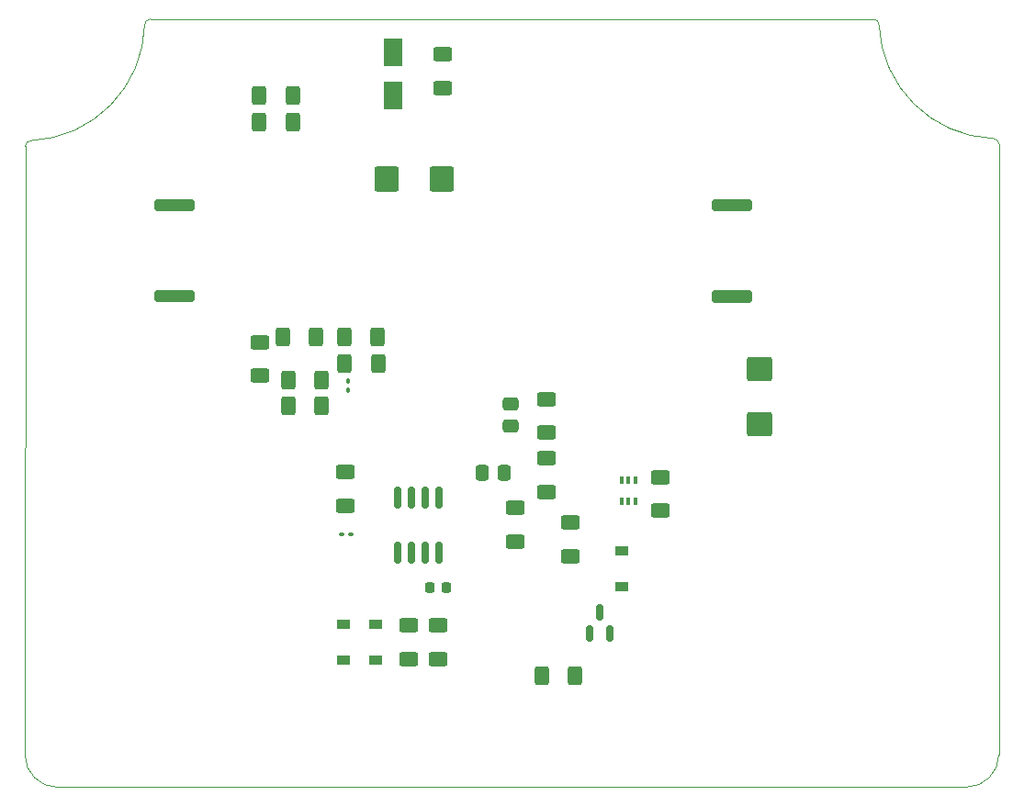
<source format=gbr>
%TF.GenerationSoftware,KiCad,Pcbnew,(6.0.0-0)*%
%TF.CreationDate,2022-01-31T16:21:44-05:00*%
%TF.ProjectId,Valve Wizard Cab Sim,56616c76-6520-4576-997a-617264204361,rev?*%
%TF.SameCoordinates,PX187ff90PY69be500*%
%TF.FileFunction,Paste,Top*%
%TF.FilePolarity,Positive*%
%FSLAX46Y46*%
G04 Gerber Fmt 4.6, Leading zero omitted, Abs format (unit mm)*
G04 Created by KiCad (PCBNEW (6.0.0-0)) date 2022-01-31 16:21:44*
%MOMM*%
%LPD*%
G01*
G04 APERTURE LIST*
G04 Aperture macros list*
%AMRoundRect*
0 Rectangle with rounded corners*
0 $1 Rounding radius*
0 $2 $3 $4 $5 $6 $7 $8 $9 X,Y pos of 4 corners*
0 Add a 4 corners polygon primitive as box body*
4,1,4,$2,$3,$4,$5,$6,$7,$8,$9,$2,$3,0*
0 Add four circle primitives for the rounded corners*
1,1,$1+$1,$2,$3*
1,1,$1+$1,$4,$5*
1,1,$1+$1,$6,$7*
1,1,$1+$1,$8,$9*
0 Add four rect primitives between the rounded corners*
20,1,$1+$1,$2,$3,$4,$5,0*
20,1,$1+$1,$4,$5,$6,$7,0*
20,1,$1+$1,$6,$7,$8,$9,0*
20,1,$1+$1,$8,$9,$2,$3,0*%
G04 Aperture macros list end*
%TA.AperFunction,Profile*%
%ADD10C,0.100000*%
%TD*%
%TA.AperFunction,Profile*%
%ADD11C,0.500000*%
%TD*%
%ADD12RoundRect,0.250000X0.400000X0.625000X-0.400000X0.625000X-0.400000X-0.625000X0.400000X-0.625000X0*%
%ADD13RoundRect,0.250000X0.625000X-0.400000X0.625000X0.400000X-0.625000X0.400000X-0.625000X-0.400000X0*%
%ADD14RoundRect,0.225000X0.225000X0.250000X-0.225000X0.250000X-0.225000X-0.250000X0.225000X-0.250000X0*%
%ADD15R,1.200000X0.900000*%
%ADD16RoundRect,0.250000X-0.625000X0.400000X-0.625000X-0.400000X0.625000X-0.400000X0.625000X0.400000X0*%
%ADD17RoundRect,0.250000X-0.875000X-0.925000X0.875000X-0.925000X0.875000X0.925000X-0.875000X0.925000X0*%
%ADD18RoundRect,0.250000X0.475000X-0.337500X0.475000X0.337500X-0.475000X0.337500X-0.475000X-0.337500X0*%
%ADD19RoundRect,0.250000X-0.400000X-0.625000X0.400000X-0.625000X0.400000X0.625000X-0.400000X0.625000X0*%
%ADD20RoundRect,0.150000X0.150000X-0.587500X0.150000X0.587500X-0.150000X0.587500X-0.150000X-0.587500X0*%
%ADD21RoundRect,0.090000X0.090000X-0.139000X0.090000X0.139000X-0.090000X0.139000X-0.090000X-0.139000X0*%
%ADD22RoundRect,0.162500X-0.162500X0.825000X-0.162500X-0.825000X0.162500X-0.825000X0.162500X0.825000X0*%
%ADD23RoundRect,0.250000X-0.925000X0.875000X-0.925000X-0.875000X0.925000X-0.875000X0.925000X0.875000X0*%
%ADD24RoundRect,0.090000X-0.139000X-0.090000X0.139000X-0.090000X0.139000X0.090000X-0.139000X0.090000X0*%
%ADD25RoundRect,0.250000X-0.337500X-0.475000X0.337500X-0.475000X0.337500X0.475000X-0.337500X0.475000X0*%
%ADD26R,1.800000X2.500000*%
%ADD27R,0.400000X0.650000*%
G04 APERTURE END LIST*
D10*
X5360000Y11071320D02*
G75*
G03*
X8360000Y8071320I3000001J1D01*
G01*
X95150000Y67390000D02*
G75*
G03*
X94640000Y67900000I-510002J-2D01*
G01*
X5900624Y67700072D02*
G75*
G03*
X5390624Y67190072I2J-510002D01*
G01*
X5360000Y11071320D02*
X5390624Y67190072D01*
X16910624Y78900073D02*
G75*
G03*
X16400624Y78410696I-1J-510434D01*
G01*
X84098752Y78389376D02*
G75*
G03*
X83588752Y78899376I-510002J-2D01*
G01*
X92140000Y8071320D02*
X8360000Y8071320D01*
X5900624Y67700072D02*
G75*
G03*
X16400624Y78410696I-473508J10966267D01*
G01*
X92140000Y8071320D02*
G75*
G03*
X95140000Y11071320I-1J3000001D01*
G01*
X84098752Y78389376D02*
G75*
G03*
X94640000Y67900000I10950523J463299D01*
G01*
X95150000Y67390000D02*
X95140000Y11071320D01*
X16910624Y78900072D02*
X83588752Y78899376D01*
D11*
%TO.C,RV2*%
X68940000Y53020103D02*
X72140000Y53020103D01*
X72140000Y53020103D02*
X72140000Y53620103D01*
X72140000Y53620103D02*
X68940000Y53620103D01*
X68940000Y53620103D02*
X68940000Y53020103D01*
G36*
X68940000Y53020103D02*
G01*
X72140000Y53020103D01*
X72140000Y53620103D01*
X68940000Y53620103D01*
X68940000Y53020103D01*
G37*
X68940000Y61420103D02*
X72140000Y61420103D01*
X72140000Y61420103D02*
X72140000Y62020103D01*
X72140000Y62020103D02*
X68940000Y62020103D01*
X68940000Y62020103D02*
X68940000Y61420103D01*
G36*
X68940000Y61420103D02*
G01*
X72140000Y61420103D01*
X72140000Y62020103D01*
X68940000Y62020103D01*
X68940000Y61420103D01*
G37*
%TO.C,RV1*%
X17520000Y61430000D02*
X20720000Y61430000D01*
X20720000Y61430000D02*
X20720000Y62030000D01*
X20720000Y62030000D02*
X17520000Y62030000D01*
X17520000Y62030000D02*
X17520000Y61430000D01*
G36*
X17520000Y61430000D02*
G01*
X20720000Y61430000D01*
X20720000Y62030000D01*
X17520000Y62030000D01*
X17520000Y61430000D01*
G37*
X17520000Y53030000D02*
X20720000Y53030000D01*
X20720000Y53030000D02*
X20720000Y53630000D01*
X20720000Y53630000D02*
X17520000Y53630000D01*
X17520000Y53630000D02*
X17520000Y53030000D01*
G36*
X17520000Y53030000D02*
G01*
X20720000Y53030000D01*
X20720000Y53630000D01*
X17520000Y53630000D01*
X17520000Y53030000D01*
G37*
%TD*%
D12*
%TO.C,R17*%
X56100000Y18350000D03*
X53000000Y18350000D03*
%TD*%
D13*
%TO.C,R4*%
X43460000Y19905000D03*
X43460000Y23005000D03*
%TD*%
D12*
%TO.C,R10*%
X37910000Y47130000D03*
X34810000Y47130000D03*
%TD*%
D14*
%TO.C,C14*%
X44210000Y26455000D03*
X42660000Y26455000D03*
%TD*%
D12*
%TO.C,R2*%
X30060000Y69380000D03*
X26960000Y69380000D03*
%TD*%
D13*
%TO.C,R1*%
X43910000Y72580000D03*
X43910000Y75680000D03*
%TD*%
D15*
%TO.C,D5*%
X37710000Y19805000D03*
X37710000Y23105000D03*
%TD*%
D16*
%TO.C,R5*%
X40710000Y23005000D03*
X40710000Y19905000D03*
%TD*%
D12*
%TO.C,R12*%
X32210000Y49630000D03*
X29110000Y49630000D03*
%TD*%
D16*
%TO.C,R14*%
X53410000Y43880000D03*
X53410000Y40780000D03*
%TD*%
D17*
%TO.C,C2*%
X38705000Y64161000D03*
X43805000Y64161000D03*
%TD*%
D13*
%TO.C,R6*%
X34890000Y34060000D03*
X34890000Y37160000D03*
%TD*%
D15*
%TO.C,D2*%
X60415000Y29883000D03*
X60415000Y26583000D03*
%TD*%
D18*
%TO.C,C8*%
X50100000Y41352500D03*
X50100000Y43427500D03*
%TD*%
D19*
%TO.C,R7*%
X29610000Y43222500D03*
X32710000Y43222500D03*
%TD*%
D16*
%TO.C,R18*%
X55660000Y32476000D03*
X55660000Y29376000D03*
%TD*%
D19*
%TO.C,R3*%
X26960000Y71830000D03*
X30060000Y71830000D03*
%TD*%
D20*
%TO.C,Q3*%
X57383000Y22288500D03*
X59283000Y22288500D03*
X58333000Y24163500D03*
%TD*%
D21*
%TO.C,C4*%
X35160000Y44697500D03*
X35160000Y45562500D03*
%TD*%
D22*
%TO.C,U1*%
X43520693Y34799307D03*
X42250693Y34799307D03*
X40980693Y34799307D03*
X39710693Y34799307D03*
X39710693Y29724307D03*
X40980693Y29724307D03*
X42250693Y29724307D03*
X43520693Y29724307D03*
%TD*%
D19*
%TO.C,R9*%
X34770000Y49590000D03*
X37870000Y49590000D03*
%TD*%
D12*
%TO.C,R8*%
X32710000Y45630000D03*
X29610000Y45630000D03*
%TD*%
D23*
%TO.C,C10*%
X73060000Y46650000D03*
X73060000Y41550000D03*
%TD*%
D16*
%TO.C,R11*%
X27010000Y49120000D03*
X27010000Y46020000D03*
%TD*%
D13*
%TO.C,R16*%
X63910000Y33580000D03*
X63910000Y36680000D03*
%TD*%
D24*
%TO.C,C3*%
X34545000Y31380000D03*
X35410000Y31380000D03*
%TD*%
D16*
%TO.C,R13*%
X53410000Y38380000D03*
X53410000Y35280000D03*
%TD*%
D25*
%TO.C,C13*%
X47485000Y37030000D03*
X49560000Y37030000D03*
%TD*%
D13*
%TO.C,R15*%
X50533000Y30747000D03*
X50533000Y33847000D03*
%TD*%
D15*
%TO.C,D4*%
X34710000Y23105000D03*
X34710000Y19805000D03*
%TD*%
D26*
%TO.C,D1*%
X39310000Y71830000D03*
X39310000Y75830000D03*
%TD*%
D27*
%TO.C,Q2*%
X61665000Y36353000D03*
X61015000Y36353000D03*
X60365000Y36353000D03*
X60365000Y34453000D03*
X61015000Y34453000D03*
X61665000Y34453000D03*
%TD*%
M02*

</source>
